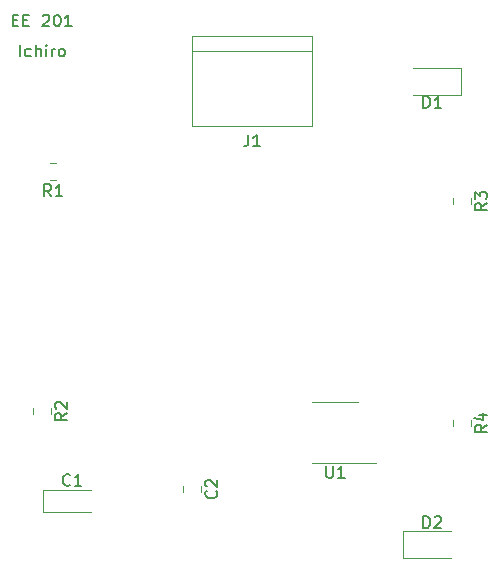
<source format=gbr>
%TF.GenerationSoftware,KiCad,Pcbnew,(6.0.10)*%
%TF.CreationDate,2023-02-16T14:30:49-08:00*%
%TF.ProjectId,Exercise 2,45786572-6369-4736-9520-322e6b696361,rev?*%
%TF.SameCoordinates,Original*%
%TF.FileFunction,Legend,Top*%
%TF.FilePolarity,Positive*%
%FSLAX46Y46*%
G04 Gerber Fmt 4.6, Leading zero omitted, Abs format (unit mm)*
G04 Created by KiCad (PCBNEW (6.0.10)) date 2023-02-16 14:30:49*
%MOMM*%
%LPD*%
G01*
G04 APERTURE LIST*
%ADD10C,0.150000*%
%ADD11C,0.120000*%
G04 APERTURE END LIST*
D10*
X116903809Y-25328571D02*
X117237142Y-25328571D01*
X117380000Y-25852380D02*
X116903809Y-25852380D01*
X116903809Y-24852380D01*
X117380000Y-24852380D01*
X117808571Y-25328571D02*
X118141904Y-25328571D01*
X118284761Y-25852380D02*
X117808571Y-25852380D01*
X117808571Y-24852380D01*
X118284761Y-24852380D01*
X119427619Y-24947619D02*
X119475238Y-24900000D01*
X119570476Y-24852380D01*
X119808571Y-24852380D01*
X119903809Y-24900000D01*
X119951428Y-24947619D01*
X119999047Y-25042857D01*
X119999047Y-25138095D01*
X119951428Y-25280952D01*
X119380000Y-25852380D01*
X119999047Y-25852380D01*
X120618095Y-24852380D02*
X120713333Y-24852380D01*
X120808571Y-24900000D01*
X120856190Y-24947619D01*
X120903809Y-25042857D01*
X120951428Y-25233333D01*
X120951428Y-25471428D01*
X120903809Y-25661904D01*
X120856190Y-25757142D01*
X120808571Y-25804761D01*
X120713333Y-25852380D01*
X120618095Y-25852380D01*
X120522857Y-25804761D01*
X120475238Y-25757142D01*
X120427619Y-25661904D01*
X120380000Y-25471428D01*
X120380000Y-25233333D01*
X120427619Y-25042857D01*
X120475238Y-24947619D01*
X120522857Y-24900000D01*
X120618095Y-24852380D01*
X121903809Y-25852380D02*
X121332380Y-25852380D01*
X121618095Y-25852380D02*
X121618095Y-24852380D01*
X121522857Y-24995238D01*
X121427619Y-25090476D01*
X121332380Y-25138095D01*
X117499047Y-28392380D02*
X117499047Y-27392380D01*
X118403809Y-28344761D02*
X118308571Y-28392380D01*
X118118095Y-28392380D01*
X118022857Y-28344761D01*
X117975238Y-28297142D01*
X117927619Y-28201904D01*
X117927619Y-27916190D01*
X117975238Y-27820952D01*
X118022857Y-27773333D01*
X118118095Y-27725714D01*
X118308571Y-27725714D01*
X118403809Y-27773333D01*
X118832380Y-28392380D02*
X118832380Y-27392380D01*
X119260952Y-28392380D02*
X119260952Y-27868571D01*
X119213333Y-27773333D01*
X119118095Y-27725714D01*
X118975238Y-27725714D01*
X118880000Y-27773333D01*
X118832380Y-27820952D01*
X119737142Y-28392380D02*
X119737142Y-27725714D01*
X119737142Y-27392380D02*
X119689523Y-27440000D01*
X119737142Y-27487619D01*
X119784761Y-27440000D01*
X119737142Y-27392380D01*
X119737142Y-27487619D01*
X120213333Y-28392380D02*
X120213333Y-27725714D01*
X120213333Y-27916190D02*
X120260952Y-27820952D01*
X120308571Y-27773333D01*
X120403809Y-27725714D01*
X120499047Y-27725714D01*
X120975238Y-28392380D02*
X120880000Y-28344761D01*
X120832380Y-28297142D01*
X120784761Y-28201904D01*
X120784761Y-27916190D01*
X120832380Y-27820952D01*
X120880000Y-27773333D01*
X120975238Y-27725714D01*
X121118095Y-27725714D01*
X121213333Y-27773333D01*
X121260952Y-27820952D01*
X121308571Y-27916190D01*
X121308571Y-28201904D01*
X121260952Y-28297142D01*
X121213333Y-28344761D01*
X121118095Y-28392380D01*
X120975238Y-28392380D01*
%TO.C,R4*%
X157042380Y-59586666D02*
X156566190Y-59920000D01*
X157042380Y-60158095D02*
X156042380Y-60158095D01*
X156042380Y-59777142D01*
X156090000Y-59681904D01*
X156137619Y-59634285D01*
X156232857Y-59586666D01*
X156375714Y-59586666D01*
X156470952Y-59634285D01*
X156518571Y-59681904D01*
X156566190Y-59777142D01*
X156566190Y-60158095D01*
X156375714Y-58729523D02*
X157042380Y-58729523D01*
X155994761Y-58967619D02*
X156709047Y-59205714D01*
X156709047Y-58586666D01*
%TO.C,D2*%
X151661904Y-68322380D02*
X151661904Y-67322380D01*
X151900000Y-67322380D01*
X152042857Y-67370000D01*
X152138095Y-67465238D01*
X152185714Y-67560476D01*
X152233333Y-67750952D01*
X152233333Y-67893809D01*
X152185714Y-68084285D01*
X152138095Y-68179523D01*
X152042857Y-68274761D01*
X151900000Y-68322380D01*
X151661904Y-68322380D01*
X152614285Y-67417619D02*
X152661904Y-67370000D01*
X152757142Y-67322380D01*
X152995238Y-67322380D01*
X153090476Y-67370000D01*
X153138095Y-67417619D01*
X153185714Y-67512857D01*
X153185714Y-67608095D01*
X153138095Y-67750952D01*
X152566666Y-68322380D01*
X153185714Y-68322380D01*
%TO.C,C2*%
X134117142Y-65169166D02*
X134164761Y-65216785D01*
X134212380Y-65359642D01*
X134212380Y-65454880D01*
X134164761Y-65597738D01*
X134069523Y-65692976D01*
X133974285Y-65740595D01*
X133783809Y-65788214D01*
X133640952Y-65788214D01*
X133450476Y-65740595D01*
X133355238Y-65692976D01*
X133260000Y-65597738D01*
X133212380Y-65454880D01*
X133212380Y-65359642D01*
X133260000Y-65216785D01*
X133307619Y-65169166D01*
X133307619Y-64788214D02*
X133260000Y-64740595D01*
X133212380Y-64645357D01*
X133212380Y-64407261D01*
X133260000Y-64312023D01*
X133307619Y-64264404D01*
X133402857Y-64216785D01*
X133498095Y-64216785D01*
X133640952Y-64264404D01*
X134212380Y-64835833D01*
X134212380Y-64216785D01*
%TO.C,R1*%
X120149757Y-40222380D02*
X119816424Y-39746190D01*
X119578328Y-40222380D02*
X119578328Y-39222380D01*
X119959281Y-39222380D01*
X120054519Y-39270000D01*
X120102138Y-39317619D01*
X120149757Y-39412857D01*
X120149757Y-39555714D01*
X120102138Y-39650952D01*
X120054519Y-39698571D01*
X119959281Y-39746190D01*
X119578328Y-39746190D01*
X121102138Y-40222380D02*
X120530709Y-40222380D01*
X120816424Y-40222380D02*
X120816424Y-39222380D01*
X120721185Y-39365238D01*
X120625947Y-39460476D01*
X120530709Y-39508095D01*
%TO.C,R2*%
X121482380Y-58586666D02*
X121006190Y-58920000D01*
X121482380Y-59158095D02*
X120482380Y-59158095D01*
X120482380Y-58777142D01*
X120530000Y-58681904D01*
X120577619Y-58634285D01*
X120672857Y-58586666D01*
X120815714Y-58586666D01*
X120910952Y-58634285D01*
X120958571Y-58681904D01*
X121006190Y-58777142D01*
X121006190Y-59158095D01*
X120577619Y-58205714D02*
X120530000Y-58158095D01*
X120482380Y-58062857D01*
X120482380Y-57824761D01*
X120530000Y-57729523D01*
X120577619Y-57681904D01*
X120672857Y-57634285D01*
X120768095Y-57634285D01*
X120910952Y-57681904D01*
X121482380Y-58253333D01*
X121482380Y-57634285D01*
%TO.C,U1*%
X143448095Y-63062380D02*
X143448095Y-63871904D01*
X143495714Y-63967142D01*
X143543333Y-64014761D01*
X143638571Y-64062380D01*
X143829047Y-64062380D01*
X143924285Y-64014761D01*
X143971904Y-63967142D01*
X144019523Y-63871904D01*
X144019523Y-63062380D01*
X145019523Y-64062380D02*
X144448095Y-64062380D01*
X144733809Y-64062380D02*
X144733809Y-63062380D01*
X144638571Y-63205238D01*
X144543333Y-63300476D01*
X144448095Y-63348095D01*
%TO.C,D1*%
X151661904Y-32752380D02*
X151661904Y-31752380D01*
X151900000Y-31752380D01*
X152042857Y-31800000D01*
X152138095Y-31895238D01*
X152185714Y-31990476D01*
X152233333Y-32180952D01*
X152233333Y-32323809D01*
X152185714Y-32514285D01*
X152138095Y-32609523D01*
X152042857Y-32704761D01*
X151900000Y-32752380D01*
X151661904Y-32752380D01*
X153185714Y-32752380D02*
X152614285Y-32752380D01*
X152900000Y-32752380D02*
X152900000Y-31752380D01*
X152804761Y-31895238D01*
X152709523Y-31990476D01*
X152614285Y-32038095D01*
%TO.C,J1*%
X136826666Y-35012380D02*
X136826666Y-35726666D01*
X136779047Y-35869523D01*
X136683809Y-35964761D01*
X136540952Y-36012380D01*
X136445714Y-36012380D01*
X137826666Y-36012380D02*
X137255238Y-36012380D01*
X137540952Y-36012380D02*
X137540952Y-35012380D01*
X137445714Y-35155238D01*
X137350476Y-35250476D01*
X137255238Y-35298095D01*
%TO.C,C1*%
X121753333Y-64647142D02*
X121705714Y-64694761D01*
X121562857Y-64742380D01*
X121467619Y-64742380D01*
X121324761Y-64694761D01*
X121229523Y-64599523D01*
X121181904Y-64504285D01*
X121134285Y-64313809D01*
X121134285Y-64170952D01*
X121181904Y-63980476D01*
X121229523Y-63885238D01*
X121324761Y-63790000D01*
X121467619Y-63742380D01*
X121562857Y-63742380D01*
X121705714Y-63790000D01*
X121753333Y-63837619D01*
X122705714Y-64742380D02*
X122134285Y-64742380D01*
X122420000Y-64742380D02*
X122420000Y-63742380D01*
X122324761Y-63885238D01*
X122229523Y-63980476D01*
X122134285Y-64028095D01*
%TO.C,R3*%
X157042380Y-40806666D02*
X156566190Y-41140000D01*
X157042380Y-41378095D02*
X156042380Y-41378095D01*
X156042380Y-40997142D01*
X156090000Y-40901904D01*
X156137619Y-40854285D01*
X156232857Y-40806666D01*
X156375714Y-40806666D01*
X156470952Y-40854285D01*
X156518571Y-40901904D01*
X156566190Y-40997142D01*
X156566190Y-41378095D01*
X156042380Y-40473333D02*
X156042380Y-39854285D01*
X156423333Y-40187619D01*
X156423333Y-40044761D01*
X156470952Y-39949523D01*
X156518571Y-39901904D01*
X156613809Y-39854285D01*
X156851904Y-39854285D01*
X156947142Y-39901904D01*
X156994761Y-39949523D01*
X157042380Y-40044761D01*
X157042380Y-40330476D01*
X156994761Y-40425714D01*
X156947142Y-40473333D01*
D11*
%TO.C,R4*%
X154205000Y-59192936D02*
X154205000Y-59647064D01*
X155675000Y-59192936D02*
X155675000Y-59647064D01*
%TO.C,D2*%
X149940000Y-68555000D02*
X149940000Y-70825000D01*
X149940000Y-70825000D02*
X154000000Y-70825000D01*
X154000000Y-68555000D02*
X149940000Y-68555000D01*
%TO.C,C2*%
X132815000Y-64741248D02*
X132815000Y-65263752D01*
X131345000Y-64741248D02*
X131345000Y-65263752D01*
%TO.C,R1*%
X120543488Y-38855000D02*
X120089360Y-38855000D01*
X120543488Y-37385000D02*
X120089360Y-37385000D01*
%TO.C,R2*%
X120115000Y-58192936D02*
X120115000Y-58647064D01*
X118645000Y-58192936D02*
X118645000Y-58647064D01*
%TO.C,U1*%
X144210000Y-57650000D02*
X142260000Y-57650000D01*
X144210000Y-62770000D02*
X142260000Y-62770000D01*
X144210000Y-57650000D02*
X146160000Y-57650000D01*
X144210000Y-62770000D02*
X147660000Y-62770000D01*
%TO.C,D1*%
X154860000Y-29345000D02*
X150800000Y-29345000D01*
X150800000Y-31615000D02*
X154860000Y-31615000D01*
X154860000Y-31615000D02*
X154860000Y-29345000D01*
%TO.C,J1*%
X142240000Y-26670000D02*
X132080000Y-26670000D01*
X132080000Y-34290000D02*
X142240000Y-34290000D01*
X132080000Y-27940000D02*
X142240000Y-27940000D01*
X132080000Y-26670000D02*
X132080000Y-34290000D01*
X142240000Y-34290000D02*
X142240000Y-26670000D01*
%TO.C,C1*%
X119435000Y-66975000D02*
X123520000Y-66975000D01*
X119435000Y-65105000D02*
X119435000Y-66975000D01*
X123520000Y-65105000D02*
X119435000Y-65105000D01*
%TO.C,R3*%
X154205000Y-40412936D02*
X154205000Y-40867064D01*
X155675000Y-40412936D02*
X155675000Y-40867064D01*
%TD*%
M02*

</source>
